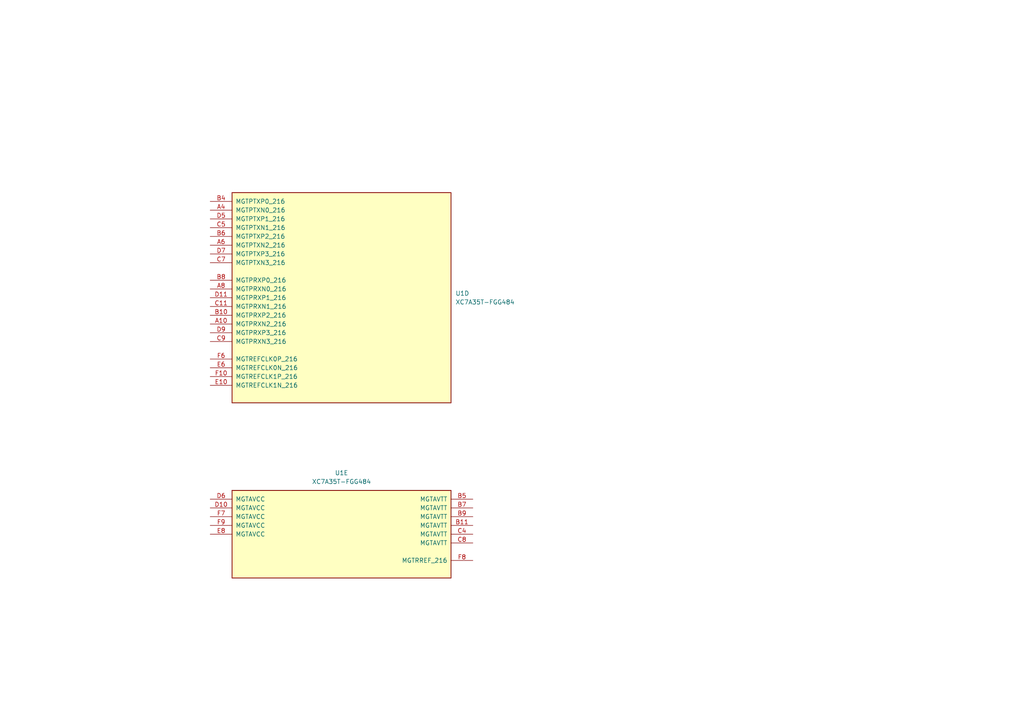
<source format=kicad_sch>
(kicad_sch (version 20250114) (generator "eeschema") (generator_version "9.0")
  (paper "A4")
  (lib_symbols
    (symbol "FPGA_Xilinx_Artix7:XC7A35T-FGG484" (pin_names (offset 1.016))
      (property "Reference" "U" (at 0 1.27 0))
      (property "Value" "XC7A35T-FGG484" (at 0 -1.27 0))
      (symbol "XC7A35T-FGG484_1_1"
        (rectangle (start -44.45 67.31) (end 44.45 -73.66) (stroke (width 0.254)) (fill (type background)))
        (pin power_in line (at -40.64 73.66 270) (length 6.35) (name "VCCO_13") (number "AA17"))
        (pin power_in line (at -38.1 73.66 270) (length 6.35) (name "VCCO_13") (number "AB14"))
        (pin power_in line (at -35.56 73.66 270) (length 6.35) (name "VCCO_13") (number "V16"))
        (pin power_in line (at -33.02 73.66 270) (length 6.35) (name "VCCO_13") (number "W13"))
        (pin power_in line (at -30.48 73.66 270) (length 6.35) (name "VCCO_13") (number "Y10"))
        (pin power_in line (at 27.94 73.66 270) (length 6.35) (name "VCCO_14") (number "M14"))
        (pin power_in line (at 30.48 73.66 270) (length 6.35) (name "VCCO_14") (number "P18"))
        (pin power_in line (at 33.02 73.66 270) (length 6.35) (name "VCCO_14") (number "R15"))
        (pin power_in line (at 35.56 73.66 270) (length 6.35) (name "VCCO_14") (number "T22"))
        (pin power_in line (at 38.1 73.66 270) (length 6.35) (name "VCCO_14") (number "U19"))
        (pin power_in line (at 40.64 73.66 270) (length 6.35) (name "VCCO_14") (number "Y20"))
        (pin bidirectional line (at 50.8 53.34 180) (length 6.35) (name "IO_0_14") (number "P20"))
        (pin bidirectional line (at 50.8 50.8 180) (length 6.35) (name "IO_L1P_T0_D00_MOSI_14") (number "P22"))
        (pin bidirectional line (at 50.8 48.26 180) (length 6.35) (name "IO_L1N_T0_D01_DIN_14") (number "R22"))
        (pin bidirectional line (at 50.8 45.72 180) (length 6.35) (name "IO_L2P_T0_D02_14") (number "P21"))
        (pin bidirectional line (at 50.8 43.18 180) (length 6.35) (name "IO_L2N_T0_D03_14") (number "R21"))
        (pin bidirectional line (at 50.8 40.64 180) (length 6.35) (name "IO_L3P_T0_DQS_PUDC_B_14") (number "U22"))
        (pin bidirectional line (at 50.8 38.1 180) (length 6.35) (name "IO_L3N_T0_DQS_EMCCLK_14") (number "V22"))
        (pin bidirectional line (at 50.8 35.56 180) (length 6.35) (name "IO_L4P_T0_D04_14") (number "T21"))
        (pin bidirectional line (at 50.8 33.02 180) (length 6.35) (name "IO_L4N_T0_D05_14") (number "U21"))
        (pin bidirectional line (at 50.8 30.48 180) (length 6.35) (name "IO_L5P_T0_D06_14") (number "P19"))
        (pin bidirectional line (at 50.8 27.94 180) (length 6.35) (name "IO_L5N_T0_D07_14") (number "R19"))
        (pin bidirectional line (at 50.8 25.4 180) (length 6.35) (name "IO_L6P_T0_FCS_B_14") (number "T19"))
        (pin bidirectional line (at 50.8 22.86 180) (length 6.35) (name "IO_L6N_T0_D08_VREF_14") (number "T20"))
        (pin bidirectional line (at 50.8 20.32 180) (length 6.35) (name "IO_L7P_T1_D09_14") (number "W21"))
        (pin bidirectional line (at 50.8 17.78 180) (length 6.35) (name "IO_L7N_T1_D10_14") (number "W22"))
        (pin bidirectional line (at 50.8 15.24 180) (length 6.35) (name "IO_L8P_T1_D11_14") (number "AA20"))
        (pin bidirectional line (at 50.8 12.7 180) (length 6.35) (name "IO_L8N_T1_D12_14") (number "AA21"))
        (pin bidirectional line (at 50.8 10.16 180) (length 6.35) (name "IO_L9P_T1_DQS_14") (number "Y21"))
        (pin bidirectional line (at 50.8 7.62 180) (length 6.35) (name "IO_L9N_T1_DQS_D13_14") (number "Y22"))
        (pin bidirectional line (at 50.8 5.08 180) (length 6.35) (name "IO_L10P_T1_D14_14") (number "AB21"))
        (pin bidirectional line (at 50.8 2.54 180) (length 6.35) (name "IO_L10N_T1_D15_14") (number "AB22"))
        (pin bidirectional line (at 50.8 0 180) (length 6.35) (name "IO_L11P_T1_SRCC_14") (number "U20"))
        (pin bidirectional line (at 50.8 -2.54 180) (length 6.35) (name "IO_L11N_T1_SRCC_14") (number "V20"))
        (pin bidirectional line (at 50.8 -5.08 180) (length 6.35) (name "IO_L12P_T1_MRCC_14") (number "W19"))
        (pin bidirectional line (at 50.8 -7.62 180) (length 6.35) (name "IO_L12N_T1_MRCC_14") (number "W20"))
        (pin bidirectional line (at 50.8 -10.16 180) (length 6.35) (name "IO_L13P_T2_MRCC_14") (number "Y18"))
        (pin bidirectional line (at 50.8 -12.7 180) (length 6.35) (name "IO_L13N_T2_MRCC_14") (number "Y19"))
        (pin bidirectional line (at 50.8 -15.24 180) (length 6.35) (name "IO_L14P_T2_SRCC_14") (number "V18"))
        (pin bidirectional line (at 50.8 -17.78 180) (length 6.35) (name "IO_L14N_T2_SRCC_14") (number "V19"))
        (pin bidirectional line (at 50.8 -20.32 180) (length 6.35) (name "IO_L15P_T2_DQS_RDWR_B_14") (number "AA19"))
        (pin bidirectional line (at 50.8 -22.86 180) (length 6.35) (name "IO_L15N_T2_DQS_DOUT_CSO_B_14") (number "AB20"))
        (pin bidirectional line (at 50.8 -25.4 180) (length 6.35) (name "IO_L16P_T2_CSI_B_14") (number "V17"))
        (pin bidirectional line (at 50.8 -27.94 180) (length 6.35) (name "IO_L16N_T2_A15_D31_14") (number "W17"))
        (pin bidirectional line (at 50.8 -30.48 180) (length 6.35) (name "IO_L17P_T2_A14_D30_14") (number "AA18"))
        (pin bidirectional line (at 50.8 -33.02 180) (length 6.35) (name "IO_L17N_T2_A13_D29_14") (number "AB18"))
        (pin bidirectional line (at 50.8 -35.56 180) (length 6.35) (name "IO_L18P_T2_A12_D28_14") (number "U17"))
        (pin bidirectional line (at 50.8 -38.1 180) (length 6.35) (name "IO_L18N_T2_A11_D27_14") (number "U18"))
        (pin bidirectional line (at 50.8 -40.64 180) (length 6.35) (name "IO_L19P_T3_A10_D26_14") (number "P14"))
        (pin bidirectional line (at 50.8 -43.18 180) (length 6.35) (name "IO_L19N_T3_A09_D25_VREF_14") (number "R14"))
        (pin bidirectional line (at 50.8 -45.72 180) (length 6.35) (name "IO_L20P_T3_A08_D24_14") (number "R18"))
        (pin bidirectional line (at 50.8 -48.26 180) (length 6.35) (name "IO_L20N_T3_A07_D23_14") (number "T18"))
        (pin bidirectional line (at 50.8 -50.8 180) (length 6.35) (name "IO_L21P_T3_DQS_14") (number "N17"))
        (pin bidirectional line (at 50.8 -53.34 180) (length 6.35) (name "IO_L21N_T3_DQS_A06_D22_14") (number "P17"))
        (pin bidirectional line (at 50.8 -55.88 180) (length 6.35) (name "IO_L22P_T3_A05_D21_14") (number "P15"))
        (pin bidirectional line (at 50.8 -58.42 180) (length 6.35) (name "IO_L22N_T3_A04_D20_14") (number "R16"))
        (pin bidirectional line (at 50.8 -60.96 180) (length 6.35) (name "IO_L23P_T3_A03_D19_14") (number "N13"))
        (pin bidirectional line (at 50.8 -63.5 180) (length 6.35) (name "IO_L23N_T3_A02_D18_14") (number "N14"))
        (pin bidirectional line (at 50.8 -66.04 180) (length 6.35) (name "IO_L24P_T3_A01_D17_14") (number "P16"))
        (pin bidirectional line (at 50.8 -68.58 180) (length 6.35) (name "IO_L24N_T3_A00_D16_14") (number "R17"))
        (pin bidirectional line (at 50.8 -71.12 180) (length 6.35) (name "IO_25_14") (number "N15"))
      )
      (symbol "XC7A35T-FGG484_2_1"
        (rectangle (start -44.45 67.31) (end 44.45 -73.66) (stroke (width 0.254)) (fill (type background)))
        (pin bidirectional line (at -50.8 53.34 0) (length 6.35) (name "IO_0_15") (number "J16"))
        (pin bidirectional line (at -50.8 50.8 0) (length 6.35) (name "IO_L1P_T0_AD0P_15") (number "H13"))
        (pin bidirectional line (at -50.8 48.26 0) (length 6.35) (name "IO_L1N_T0_AD0N_15") (number "G13"))
        (pin bidirectional line (at -50.8 45.72 0) (length 6.35) (name "IO_L2P_T0_AD8P_15") (number "G15"))
        (pin bidirectional line (at -50.8 43.18 0) (length 6.35) (name "IO_L2N_T0_AD8N_15") (number "G16"))
        (pin bidirectional line (at -50.8 40.64 0) (length 6.35) (name "IO_L3P_T0_DQS_AD1P_15") (number "J14"))
        (pin bidirectional line (at -50.8 38.1 0) (length 6.35) (name "IO_L3N_T0_DQS_AD1N_15") (number "H14"))
        (pin bidirectional line (at -50.8 35.56 0) (length 6.35) (name "IO_L4P_T0_15") (number "G17"))
        (pin bidirectional line (at -50.8 33.02 0) (length 6.35) (name "IO_L4N_T0_15") (number "G18"))
        (pin bidirectional line (at -50.8 30.48 0) (length 6.35) (name "IO_L5P_T0_AD9P_15") (number "J15"))
        (pin bidirectional line (at -50.8 27.94 0) (length 6.35) (name "IO_L5N_T0_AD9N_15") (number "H15"))
        (pin bidirectional line (at -50.8 25.4 0) (length 6.35) (name "IO_L6P_T0_15") (number "H17"))
        (pin bidirectional line (at -50.8 22.86 0) (length 6.35) (name "IO_L6N_T0_VREF_15") (number "H18"))
        (pin bidirectional line (at -50.8 20.32 0) (length 6.35) (name "IO_L7P_T1_AD2P_15") (number "J22"))
        (pin bidirectional line (at -50.8 17.78 0) (length 6.35) (name "IO_L7N_T1_AD2N_15") (number "H22"))
        (pin bidirectional line (at -50.8 15.24 0) (length 6.35) (name "IO_L8P_T1_AD10P_15") (number "H20"))
        (pin bidirectional line (at -50.8 12.7 0) (length 6.35) (name "IO_L8N_T1_AD10N_15") (number "G20"))
        (pin bidirectional line (at -50.8 10.16 0) (length 6.35) (name "IO_L9P_T1_DQS_AD3P_15") (number "K21"))
        (pin bidirectional line (at -50.8 7.62 0) (length 6.35) (name "IO_L9N_T1_DQS_AD3N_15") (number "K22"))
        (pin bidirectional line (at -50.8 5.08 0) (length 6.35) (name "IO_L10P_T1_AD11P_15") (number "M21"))
        (pin bidirectional line (at -50.8 2.54 0) (length 6.35) (name "IO_L10N_T1_AD11N_15") (number "L21"))
        (pin bidirectional line (at -50.8 0 0) (length 6.35) (name "IO_L11P_T1_SRCC_15") (number "J20"))
        (pin bidirectional line (at -50.8 -2.54 0) (length 6.35) (name "IO_L11N_T1_SRCC_15") (number "J21"))
        (pin bidirectional line (at -50.8 -5.08 0) (length 6.35) (name "IO_L12P_T1_MRCC_15") (number "J19"))
        (pin bidirectional line (at -50.8 -7.62 0) (length 6.35) (name "IO_L12N_T1_MRCC_15") (number "H19"))
        (pin bidirectional line (at -50.8 -10.16 0) (length 6.35) (name "IO_L13P_T2_MRCC_15") (number "K18"))
        (pin bidirectional line (at -50.8 -12.7 0) (length 6.35) (name "IO_L13N_T2_MRCC_15") (number "K19"))
        (pin bidirectional line (at -50.8 -15.24 0) (length 6.35) (name "IO_L14P_T2_SRCC_15") (number "L19"))
        (pin bidirectional line (at -50.8 -17.78 0) (length 6.35) (name "IO_L14N_T2_SRCC_15") (number "L20"))
        (pin bidirectional line (at -50.8 -20.32 0) (length 6.35) (name "IO_L15P_T2_DQS_15") (number "N22"))
        (pin bidirectional line (at -50.8 -22.86 0) (length 6.35) (name "IO_L15N_T2_DQS_ADV_B_15") (number "M22"))
        (pin bidirectional line (at -50.8 -25.4 0) (length 6.35) (name "IO_L16P_T2_A28_15") (number "M18"))
        (pin bidirectional line (at -50.8 -27.94 0) (length 6.35) (name "IO_L16N_T2_A27_15") (number "L18"))
        (pin bidirectional line (at -50.8 -30.48 0) (length 6.35) (name "IO_L17P_T2_A26_15") (number "N18"))
        (pin bidirectional line (at -50.8 -33.02 0) (length 6.35) (name "IO_L17N_T2_A25_15") (number "N19"))
        (pin bidirectional line (at -50.8 -35.56 0) (length 6.35) (name "IO_L18P_T2_A24_15") (number "N20"))
        (pin bidirectional line (at -50.8 -38.1 0) (length 6.35) (name "IO_L18N_T2_A23_15") (number "M20"))
        (pin bidirectional line (at -50.8 -40.64 0) (length 6.35) (name "IO_L19P_T3_A22_15") (number "K13"))
        (pin bidirectional line (at -50.8 -43.18 0) (length 6.35) (name "IO_L19N_T3_A21_VREF_15") (number "K14"))
        (pin bidirectional line (at -50.8 -45.72 0) (length 6.35) (name "IO_L20P_T3_A20_15") (number "M13"))
        (pin bidirectional line (at -50.8 -48.26 0) (length 6.35) (name "IO_L20N_T3_A19_15") (number "L13"))
        (pin bidirectional line (at -50.8 -50.8 0) (length 6.35) (name "IO_L21P_T3_DQS_15") (number "K17"))
        (pin bidirectional line (at -50.8 -53.34 0) (length 6.35) (name "IO_L21N_T3_DQS_A18_15") (number "J17"))
        (pin bidirectional line (at -50.8 -55.88 0) (length 6.35) (name "IO_L22P_T3_A17_15") (number "L14"))
        (pin bidirectional line (at -50.8 -58.42 0) (length 6.35) (name "IO_L22N_T3_A16_15") (number "L15"))
        (pin bidirectional line (at -50.8 -60.96 0) (length 6.35) (name "IO_L23P_T3_FOE_B_15") (number "L16"))
        (pin bidirectional line (at -50.8 -63.5 0) (length 6.35) (name "IO_L23N_T3_FWE_B_15") (number "K16"))
        (pin bidirectional line (at -50.8 -66.04 0) (length 6.35) (name "IO_L24P_T3_RS1_15") (number "M15"))
        (pin bidirectional line (at -50.8 -68.58 0) (length 6.35) (name "IO_L24N_T3_RS0_15") (number "M16"))
        (pin bidirectional line (at -50.8 -71.12 0) (length 6.35) (name "IO_25_15") (number "M17"))
        (pin power_in line (at -40.64 73.66 270) (length 6.35) (name "VCCO_15") (number "G19"))
        (pin power_in line (at -38.1 73.66 270) (length 6.35) (name "VCCO_15") (number "H16"))
        (pin power_in line (at -35.56 73.66 270) (length 6.35) (name "VCCO_15") (number "J13"))
        (pin power_in line (at -33.02 73.66 270) (length 6.35) (name "VCCO_15") (number "K20"))
        (pin power_in line (at -30.48 73.66 270) (length 6.35) (name "VCCO_15") (number "L17"))
        (pin power_in line (at -27.94 73.66 270) (length 6.35) (name "VCCO_15") (number "N21"))
        (pin power_in line (at 27.94 73.66 270) (length 6.35) (name "VCCO_16") (number "A17"))
        (pin power_in line (at 30.48 73.66 270) (length 6.35) (name "VCCO_16") (number "B14"))
        (pin power_in line (at 33.02 73.66 270) (length 6.35) (name "VCCO_16") (number "C21"))
        (pin power_in line (at 35.56 73.66 270) (length 6.35) (name "VCCO_16") (number "D18"))
        (pin power_in line (at 38.1 73.66 270) (length 6.35) (name "VCCO_16") (number "E15"))
        (pin power_in line (at 40.64 73.66 270) (length 6.35) (name "VCCO_16") (number "F22"))
        (pin bidirectional line (at 50.8 53.34 180) (length 6.35) (name "IO_0_16") (number "F15"))
        (pin bidirectional line (at 50.8 50.8 180) (length 6.35) (name "IO_L1P_T0_16") (number "F13"))
        (pin bidirectional line (at 50.8 48.26 180) (length 6.35) (name "IO_L1N_T0_16") (number "F14"))
        (pin bidirectional line (at 50.8 45.72 180) (length 6.35) (name "IO_L2P_T0_16") (number "F16"))
        (pin bidirectional line (at 50.8 43.18 180) (length 6.35) (name "IO_L2N_T0_16") (number "E17"))
        (pin bidirectional line (at 50.8 40.64 180) (length 6.35) (name "IO_L3P_T0_DQS_16") (number "C14"))
        (pin bidirectional line (at 50.8 38.1 180) (length 6.35) (name "IO_L3N_T0_DQS_16") (number "C15"))
        (pin bidirectional line (at 50.8 35.56 180) (length 6.35) (name "IO_L4P_T0_16") (number "E13"))
        (pin bidirectional line (at 50.8 33.02 180) (length 6.35) (name "IO_L4N_T0_16") (number "E14"))
        (pin bidirectional line (at 50.8 30.48 180) (length 6.35) (name "IO_L5P_T0_16") (number "E16"))
        (pin bidirectional line (at 50.8 27.94 180) (length 6.35) (name "IO_L5N_T0_16") (number "D16"))
        (pin bidirectional line (at 50.8 25.4 180) (length 6.35) (name "IO_L6P_T0_16") (number "D14"))
        (pin bidirectional line (at 50.8 22.86 180) (length 6.35) (name "IO_L6N_T0_VREF_16") (number "D15"))
        (pin bidirectional line (at 50.8 20.32 180) (length 6.35) (name "IO_L7P_T1_16") (number "B15"))
        (pin bidirectional line (at 50.8 17.78 180) (length 6.35) (name "IO_L7N_T1_16") (number "B16"))
        (pin bidirectional line (at 50.8 15.24 180) (length 6.35) (name "IO_L8P_T1_16") (number "C13"))
        (pin bidirectional line (at 50.8 12.7 180) (length 6.35) (name "IO_L8N_T1_16") (number "B13"))
        (pin bidirectional line (at 50.8 10.16 180) (length 6.35) (name "IO_L9P_T1_DQS_16") (number "A15"))
        (pin bidirectional line (at 50.8 7.62 180) (length 6.35) (name "IO_L9N_T1_DQS_16") (number "A16"))
        (pin bidirectional line (at 50.8 5.08 180) (length 6.35) (name "IO_L10P_T1_16") (number "A13"))
        (pin bidirectional line (at 50.8 2.54 180) (length 6.35) (name "IO_L10N_T1_16") (number "A14"))
        (pin bidirectional line (at 50.8 0 180) (length 6.35) (name "IO_L11P_T1_SRCC_16") (number "B17"))
        (pin bidirectional line (at 50.8 -2.54 180) (length 6.35) (name "IO_L11N_T1_SRCC_16") (number "B18"))
        (pin bidirectional line (at 50.8 -5.08 180) (length 6.35) (name "IO_L12P_T1_MRCC_16") (number "D17"))
        (pin bidirectional line (at 50.8 -7.62 180) (length 6.35) (name "IO_L12N_T1_MRCC_16") (number "C17"))
        (pin bidirectional line (at 50.8 -10.16 180) (length 6.35) (name "IO_L13P_T2_MRCC_16") (number "C18"))
        (pin bidirectional line (at 50.8 -12.7 180) (length 6.35) (name "IO_L13N_T2_MRCC_16") (number "C19"))
        (pin bidirectional line (at 50.8 -15.24 180) (length 6.35) (name "IO_L14P_T2_SRCC_16") (number "E19"))
        (pin bidirectional line (at 50.8 -17.78 180) (length 6.35) (name "IO_L14N_T2_SRCC_16") (number "D19"))
        (pin bidirectional line (at 50.8 -20.32 180) (length 6.35) (name "IO_L15P_T2_DQS_16") (number "F18"))
        (pin bidirectional line (at 50.8 -22.86 180) (length 6.35) (name "IO_L15N_T2_DQS_16") (number "E18"))
        (pin bidirectional line (at 50.8 -25.4 180) (length 6.35) (name "IO_L16P_T2_16") (number "B20"))
        (pin bidirectional line (at 50.8 -27.94 180) (length 6.35) (name "IO_L16N_T2_16") (number "A20"))
        (pin bidirectional line (at 50.8 -30.48 180) (length 6.35) (name "IO_L17P_T2_16") (number "A18"))
        (pin bidirectional line (at 50.8 -33.02 180) (length 6.35) (name "IO_L17N_T2_16") (number "A19"))
        (pin bidirectional line (at 50.8 -35.56 180) (length 6.35) (name "IO_L18P_T2_16") (number "F19"))
        (pin bidirectional line (at 50.8 -38.1 180) (length 6.35) (name "IO_L18N_T2_16") (number "F20"))
        (pin bidirectional line (at 50.8 -40.64 180) (length 6.35) (name "IO_L19P_T3_16") (number "D20"))
        (pin bidirectional line (at 50.8 -43.18 180) (length 6.35) (name "IO_L19N_T3_VREF_16") (number "C20"))
        (pin bidirectional line (at 50.8 -45.72 180) (length 6.35) (name "IO_L20P_T3_16") (number "C22"))
        (pin bidirectional line (at 50.8 -48.26 180) (length 6.35) (name "IO_L20N_T3_16") (number "B22"))
        (pin bidirectional line (at 50.8 -50.8 180) (length 6.35) (name "IO_L21P_T3_DQS_16") (number "B21"))
        (pin bidirectional line (at 50.8 -53.34 180) (length 6.35) (name "IO_L21N_T3_DQS_16") (number "A21"))
        (pin bidirectional line (at 50.8 -55.88 180) (length 6.35) (name "IO_L22P_T3_16") (number "E22"))
        (pin bidirectional line (at 50.8 -58.42 180) (length 6.35) (name "IO_L22N_T3_16") (number "D22"))
        (pin bidirectional line (at 50.8 -60.96 180) (length 6.35) (name "IO_L23P_T3_16") (number "E21"))
        (pin bidirectional line (at 50.8 -63.5 180) (length 6.35) (name "IO_L23N_T3_16") (number "D21"))
        (pin bidirectional line (at 50.8 -66.04 180) (length 6.35) (name "IO_L24P_T3_16") (number "G21"))
        (pin bidirectional line (at 50.8 -68.58 180) (length 6.35) (name "IO_L24N_T3_16") (number "G22"))
        (pin bidirectional line (at 50.8 -71.12 180) (length 6.35) (name "IO_25_16") (number "F21"))
      )
      (symbol "XC7A35T-FGG484_3_1"
        (rectangle (start -44.45 67.31) (end 44.45 -73.66) (stroke (width 0.254)) (fill (type background)))
        (pin bidirectional line (at -50.8 53.34 0) (length 6.35) (name "IO_0_34") (number "T3"))
        (pin bidirectional line (at -50.8 50.8 0) (length 6.35) (name "IO_L1P_T0_34") (number "T1"))
        (pin bidirectional line (at -50.8 48.26 0) (length 6.35) (name "IO_L1N_T0_34") (number "U1"))
        (pin bidirectional line (at -50.8 45.72 0) (length 6.35) (name "IO_L2P_T0_34") (number "U2"))
        (pin bidirectional line (at -50.8 43.18 0) (length 6.35) (name "IO_L2N_T0_34") (number "V2"))
        (pin bidirectional line (at -50.8 40.64 0) (length 6.35) (name "IO_L3P_T0_DQS_34") (number "R3"))
        (pin bidirectional line (at -50.8 38.1 0) (length 6.35) (name "IO_L3N_T0_DQS_34") (number "R2"))
        (pin bidirectional line (at -50.8 35.56 0) (length 6.35) (name "IO_L4P_T0_34") (number "W2"))
        (pin bidirectional line (at -50.8 33.02 0) (length 6.35) (name "IO_L4N_T0_34") (number "Y2"))
        (pin bidirectional line (at -50.8 30.48 0) (length 6.35) (name "IO_L5P_T0_34") (number "W1"))
        (pin bidirectional line (at -50.8 27.94 0) (length 6.35) (name "IO_L5N_T0_34") (number "Y1"))
        (pin bidirectional line (at -50.8 25.4 0) (length 6.35) (name "IO_L6P_T0_34") (number "U3"))
        (pin bidirectional line (at -50.8 22.86 0) (length 6.35) (name "IO_L6N_T0_VREF_34") (number "V3"))
        (pin bidirectional line (at -50.8 20.32 0) (length 6.35) (name "IO_L7P_T1_34") (number "AA1"))
        (pin bidirectional line (at -50.8 17.78 0) (length 6.35) (name "IO_L7N_T1_34") (number "AB1"))
        (pin bidirectional line (at -50.8 15.24 0) (length 6.35) (name "IO_L8P_T1_34") (number "AB3"))
        (pin bidirectional line (at -50.8 12.7 0) (length 6.35) (name "IO_L8N_T1_34") (number "AB2"))
        (pin bidirectional line (at -50.8 10.16 0) (length 6.35) (name "IO_L9P_T1_DQS_34") (number "Y3"))
        (pin bidirectional line (at -50.8 7.62 0) (length 6.35) (name "IO_L9N_T1_DQS_34") (number "AA3"))
        (pin bidirectional line (at -50.8 5.08 0) (length 6.35) (name "IO_L10P_T1_34") (number "AA5"))
        (pin bidirectional line (at -50.8 2.54 0) (length 6.35) (name "IO_L10N_T1_34") (number "AB5"))
        (pin bidirectional line (at -50.8 0 0) (length 6.35) (name "IO_L11P_T1_SRCC_34") (number "Y4"))
        (pin bidirectional line (at -50.8 -2.54 0) (length 6.35) (name "IO_L11N_T1_SRCC_34") (number "AA4"))
        (pin bidirectional line (at -50.8 -5.08 0) (length 6.35) (name "IO_L12P_T1_MRCC_34") (number "V4"))
        (pin bidirectional line (at -50.8 -7.62 0) (length 6.35) (name "IO_L12N_T1_MRCC_34") (number "W4"))
        (pin bidirectional line (at -50.8 -10.16 0) (length 6.35) (name "IO_L13P_T2_MRCC_34") (number "R4"))
        (pin bidirectional line (at -50.8 -12.7 0) (length 6.35) (name "IO_L13N_T2_MRCC_34") (number "T4"))
        (pin bidirectional line (at -50.8 -15.24 0) (length 6.35) (name "IO_L14P_T2_SRCC_34") (number "T5"))
        (pin bidirectional line (at -50.8 -17.78 0) (length 6.35) (name "IO_L14N_T2_SRCC_34") (number "U5"))
        (pin bidirectional line (at -50.8 -20.32 0) (length 6.35) (name "IO_L15P_T2_DQS_34") (number "W6"))
        (pin bidirectional line (at -50.8 -22.86 0) (length 6.35) (name "IO_L15N_T2_DQS_34") (number "W5"))
        (pin bidirectional line (at -50.8 -25.4 0) (length 6.35) (name "IO_L16P_T2_34") (number "U6"))
        (pin bidirectional line (at -50.8 -27.94 0) (length 6.35) (name "IO_L16N_T2_34") (number "V5"))
        (pin bidirectional line (at -50.8 -30.48 0) (length 6.35) (name "IO_L17P_T2_34") (number "R6"))
        (pin bidirectional line (at -50.8 -33.02 0) (length 6.35) (name "IO_L17N_T2_34") (number "T6"))
        (pin bidirectional line (at -50.8 -35.56 0) (length 6.35) (name "IO_L18P_T2_34") (number "Y6"))
        (pin bidirectional line (at -50.8 -38.1 0) (length 6.35) (name "IO_L18N_T2_34") (number "AA6"))
        (pin bidirectional line (at -50.8 -40.64 0) (length 6.35) (name "IO_L19P_T3_34") (number "V7"))
        (pin bidirectional line (at -50.8 -43.18 0) (length 6.35) (name "IO_L19N_T3_VREF_34") (number "W7"))
        (pin bidirectional line (at -50.8 -45.72 0) (length 6.35) (name "IO_L20P_T3_34") (number "AB7"))
        (pin bidirectional line (at -50.8 -48.26 0) (length 6.35) (name "IO_L20N_T3_34") (number "AB6"))
        (pin bidirectional line (at -50.8 -50.8 0) (length 6.35) (name "IO_L21P_T3_DQS_34") (number "V9"))
        (pin bidirectional line (at -50.8 -53.34 0) (length 6.35) (name "IO_L21N_T3_DQS_34") (number "V8"))
        (pin bidirectional line (at -50.8 -55.88 0) (length 6.35) (name "IO_L22P_T3_34") (number "AA8"))
        (pin bidirectional line (at -50.8 -58.42 0) (length 6.35) (name "IO_L22N_T3_34") (number "AB8"))
        (pin bidirectional line (at -50.8 -60.96 0) (length 6.35) (name "IO_L23P_T3_34") (number "Y8"))
        (pin bidirectional line (at -50.8 -63.5 0) (length 6.35) (name "IO_L23N_T3_34") (number "Y7"))
        (pin bidirectional line (at -50.8 -66.04 0) (length 6.35) (name "IO_L24P_T3_34") (number "W9"))
        (pin bidirectional line (at -50.8 -68.58 0) (length 6.35) (name "IO_L24N_T3_34") (number "Y9"))
        (pin bidirectional line (at -50.8 -71.12 0) (length 6.35) (name "IO_25_34") (number "U7"))
        (pin power_in line (at -40.64 73.66 270) (length 6.35) (name "VCCO_34") (number "AA7"))
        (pin power_in line (at -38.1 73.66 270) (length 6.35) (name "VCCO_34") (number "AB4"))
        (pin power_in line (at -35.56 73.66 270) (length 6.35) (name "VCCO_34") (number "R5"))
        (pin power_in line (at -33.02 73.66 270) (length 6.35) (name "VCCO_34") (number "T2"))
        (pin power_in line (at -30.48 73.66 270) (length 6.35) (name "VCCO_34") (number "V6"))
        (pin power_in line (at -27.94 73.66 270) (length 6.35) (name "VCCO_34") (number "W3"))
        (pin power_in line (at 27.94 73.66 270) (length 6.35) (name "VCCO_35") (number "C1"))
        (pin power_in line (at 30.48 73.66 270) (length 6.35) (name "VCCO_35") (number "F2"))
        (pin power_in line (at 33.02 73.66 270) (length 6.35) (name "VCCO_35") (number "H6"))
        (pin power_in line (at 35.56 73.66 270) (length 6.35) (name "VCCO_35") (number "J3"))
        (pin power_in line (at 38.1 73.66 270) (length 6.35) (name "VCCO_35") (number "M4"))
        (pin power_in line (at 40.64 73.66 270) (length 6.35) (name "VCCO_35") (number "N1"))
        (pin bidirectional line (at 50.8 53.34 180) (length 6.35) (name "IO_0_35") (number "F4"))
        (pin bidirectional line (at 50.8 50.8 180) (length 6.35) (name "IO_L1P_T0_AD4P_35") (number "B1"))
        (pin bidirectional line (at 50.8 48.26 180) (length 6.35) (name "IO_L1N_T0_AD4N_35") (number "A1"))
        (pin bidirectional line (at 50.8 45.72 180) (length 6.35) (name "IO_L2P_T0_AD12P_35") (number "C2"))
        (pin bidirectional line (at 50.8 43.18 180) (length 6.35) (name "IO_L2N_T0_AD12N_35") (number "B2"))
        (pin bidirectional line (at 50.8 40.64 180) (length 6.35) (name "IO_L3P_T0_DQS_AD5P_35") (number "E1"))
        (pin bidirectional line (at 50.8 38.1 180) (length 6.35) (name "IO_L3N_T0_DQS_AD5N_35") (number "D1"))
        (pin bidirectional line (at 50.8 35.56 180) (length 6.35) (name "IO_L4P_T0_35") (number "E2"))
        (pin bidirectional line (at 50.8 33.02 180) (length 6.35) (name "IO_L4N_T0_35") (number "D2"))
        (pin bidirectional line (at 50.8 30.48 180) (length 6.35) (name "IO_L5P_T0_AD13P_35") (number "G1"))
        (pin bidirectional line (at 50.8 27.94 180) (length 6.35) (name "IO_L5N_T0_AD13N_35") (number "F1"))
        (pin bidirectional line (at 50.8 25.4 180) (length 6.35) (name "IO_L6P_T0_35") (number "F3"))
        (pin bidirectional line (at 50.8 22.86 180) (length 6.35) (name "IO_L6N_T0_VREF_35") (number "E3"))
        (pin bidirectional line (at 50.8 20.32 180) (length 6.35) (name "IO_L7P_T1_AD6P_35") (number "K1"))
        (pin bidirectional line (at 50.8 17.78 180) (length 6.35) (name "IO_L7N_T1_AD6N_35") (number "J1"))
        (pin bidirectional line (at 50.8 15.24 180) (length 6.35) (name "IO_L8P_T1_AD14P_35") (number "H2"))
        (pin bidirectional line (at 50.8 12.7 180) (length 6.35) (name "IO_L8N_T1_AD14N_35") (number "G2"))
        (pin bidirectional line (at 50.8 10.16 180) (length 6.35) (name "IO_L9P_T1_DQS_AD7P_35") (number "K2"))
        (pin bidirectional line (at 50.8 7.62 180) (length 6.35) (name "IO_L9N_T1_DQS_AD7N_35") (number "J2"))
        (pin bidirectional line (at 50.8 5.08 180) (length 6.35) (name "IO_L10P_T1_AD15P_35") (number "J5"))
        (pin bidirectional line (at 50.8 2.54 180) (length 6.35) (name "IO_L10N_T1_AD15N_35") (number "H5"))
        (pin bidirectional line (at 50.8 0 180) (length 6.35) (name "IO_L11P_T1_SRCC_35") (number "H3"))
        (pin bidirectional line (at 50.8 -2.54 180) (length 6.35) (name "IO_L11N_T1_SRCC_35") (number "G3"))
        (pin bidirectional line (at 50.8 -5.08 180) (length 6.35) (name "IO_L12P_T1_MRCC_35") (number "H4"))
        (pin bidirectional line (at 50.8 -7.62 180) (length 6.35) (name "IO_L12N_T1_MRCC_35") (number "G4"))
        (pin bidirectional line (at 50.8 -10.16 180) (length 6.35) (name "IO_L13P_T2_MRCC_35") (number "K4"))
        (pin bidirectional line (at 50.8 -12.7 180) (length 6.35) (name "IO_L13N_T2_MRCC_35") (number "J4"))
        (pin bidirectional line (at 50.8 -15.24 180) (length 6.35) (name "IO_L14P_T2_SRCC_35") (number "L3"))
        (pin bidirectional line (at 50.8 -17.78 180) (length 6.35) (name "IO_L14N_T2_SRCC_35") (number "K3"))
        (pin bidirectional line (at 50.8 -20.32 180) (length 6.35) (name "IO_L15P_T2_DQS_35") (number "M1"))
        (pin bidirectional line (at 50.8 -22.86 180) (length 6.35) (name "IO_L15N_T2_DQS_35") (number "L1"))
        (pin bidirectional line (at 50.8 -25.4 180) (length 6.35) (name "IO_L16P_T2_35") (number "M3"))
        (pin bidirectional line (at 50.8 -27.94 180) (length 6.35) (name "IO_L16N_T2_35") (number "M2"))
        (pin bidirectional line (at 50.8 -30.48 180) (length 6.35) (name "IO_L17P_T2_35") (number "K6"))
        (pin bidirectional line (at 50.8 -33.02 180) (length 6.35) (name "IO_L17N_T2_35") (number "J6"))
        (pin bidirectional line (at 50.8 -35.56 180) (length 6.35) (name "IO_L18P_T2_35") (number "L5"))
        (pin bidirectional line (at 50.8 -38.1 180) (length 6.35) (name "IO_L18N_T2_35") (number "L4"))
        (pin bidirectional line (at 50.8 -40.64 180) (length 6.35) (name "IO_L19P_T3_35") (number "N4"))
        (pin bidirectional line (at 50.8 -43.18 180) (length 6.35) (name "IO_L19N_T3_VREF_35") (number "N3"))
        (pin bidirectional line (at 50.8 -45.72 180) (length 6.35) (name "IO_L20P_T3_35") (number "R1"))
        (pin bidirectional line (at 50.8 -48.26 180) (length 6.35) (name "IO_L20N_T3_35") (number "P1"))
        (pin bidirectional line (at 50.8 -50.8 180) (length 6.35) (name "IO_L21P_T3_DQS_35") (number "P5"))
        (pin bidirectional line (at 50.8 -53.34 180) (length 6.35) (name "IO_L21N_T3_DQS_35") (number "P4"))
        (pin bidirectional line (at 50.8 -55.88 180) (length 6.35) (name "IO_L22P_T3_35") (number "P2"))
        (pin bidirectional line (at 50.8 -58.42 180) (length 6.35) (name "IO_L22N_T3_35") (number "N2"))
        (pin bidirectional line (at 50.8 -60.96 180) (length 6.35) (name "IO_L23P_T3_35") (number "M6"))
        (pin bidirectional line (at 50.8 -63.5 180) (length 6.35) (name "IO_L23N_T3_35") (number "M5"))
        (pin bidirectional line (at 50.8 -66.04 180) (length 6.35) (name "IO_L24P_T3_35") (number "P6"))
        (pin bidirectional line (at 50.8 -68.58 180) (length 6.35) (name "IO_L24N_T3_35") (number "N5"))
        (pin bidirectional line (at 50.8 -71.12 180) (length 6.35) (name "IO_25_35") (number "L6"))
      )
      (symbol "XC7A35T-FGG484_4_1"
        (rectangle (start -31.75 30.48) (end 31.75 -30.48) (stroke (width 0.254)) (fill (type background)))
        (pin bidirectional line (at -38.1 27.94 0) (length 6.35) (name "MGTPTXP0_216") (number "B4"))
        (pin bidirectional line (at -38.1 25.4 0) (length 6.35) (name "MGTPTXN0_216") (number "A4"))
        (pin bidirectional line (at -38.1 22.86 0) (length 6.35) (name "MGTPTXP1_216") (number "D5"))
        (pin bidirectional line (at -38.1 20.32 0) (length 6.35) (name "MGTPTXN1_216") (number "C5"))
        (pin bidirectional line (at -38.1 17.78 0) (length 6.35) (name "MGTPTXP2_216") (number "B6"))
        (pin bidirectional line (at -38.1 15.24 0) (length 6.35) (name "MGTPTXN2_216") (number "A6"))
        (pin bidirectional line (at -38.1 12.7 0) (length 6.35) (name "MGTPTXP3_216") (number "D7"))
        (pin bidirectional line (at -38.1 10.16 0) (length 6.35) (name "MGTPTXN3_216") (number "C7"))
        (pin bidirectional line (at -38.1 5.08 0) (length 6.35) (name "MGTPRXP0_216") (number "B8"))
        (pin bidirectional line (at -38.1 2.54 0) (length 6.35) (name "MGTPRXN0_216") (number "A8"))
        (pin bidirectional line (at -38.1 0 0) (length 6.35) (name "MGTPRXP1_216") (number "D11"))
        (pin bidirectional line (at -38.1 -2.54 0) (length 6.35) (name "MGTPRXN1_216") (number "C11"))
        (pin bidirectional line (at -38.1 -5.08 0) (length 6.35) (name "MGTPRXP2_216") (number "B10"))
        (pin bidirectional line (at -38.1 -7.62 0) (length 6.35) (name "MGTPRXN2_216") (number "A10"))
        (pin bidirectional line (at -38.1 -10.16 0) (length 6.35) (name "MGTPRXP3_216") (number "D9"))
        (pin bidirectional line (at -38.1 -12.7 0) (length 6.35) (name "MGTPRXN3_216") (number "C9"))
        (pin bidirectional line (at -38.1 -17.78 0) (length 6.35) (name "MGTREFCLK0P_216") (number "F6"))
        (pin bidirectional line (at -38.1 -20.32 0) (length 6.35) (name "MGTREFCLK0N_216") (number "E6"))
        (pin bidirectional line (at -38.1 -22.86 0) (length 6.35) (name "MGTREFCLK1P_216") (number "F10"))
        (pin bidirectional line (at -38.1 -25.4 0) (length 6.35) (name "MGTREFCLK1N_216") (number "E10"))
      )
      (symbol "XC7A35T-FGG484_5_1"
        (rectangle (start -31.75 12.7) (end 31.75 -12.7) (stroke (width 0.254)) (fill (type background)))
        (pin power_in line (at -38.1 10.16 0) (length 6.35) (name "MGTAVCC") (number "D6"))
        (pin power_in line (at -38.1 7.62 0) (length 6.35) (name "MGTAVCC") (number "D10"))
        (pin power_in line (at -38.1 5.08 0) (length 6.35) (name "MGTAVCC") (number "F7"))
        (pin power_in line (at -38.1 2.54 0) (length 6.35) (name "MGTAVCC") (number "F9"))
        (pin power_in line (at -38.1 0 0) (length 6.35) (name "MGTAVCC") (number "E8"))
        (pin power_in line (at 38.1 10.16 180) (length 6.35) (name "MGTAVTT") (number "B5"))
        (pin power_in line (at 38.1 7.62 180) (length 6.35) (name "MGTAVTT") (number "B7"))
        (pin power_in line (at 38.1 5.08 180) (length 6.35) (name "MGTAVTT") (number "B9"))
        (pin power_in line (at 38.1 2.54 180) (length 6.35) (name "MGTAVTT") (number "B11"))
        (pin power_in line (at 38.1 0 180) (length 6.35) (name "MGTAVTT") (number "C4"))
        (pin power_in line (at 38.1 -2.54 180) (length 6.35) (name "MGTAVTT") (number "C8"))
        (pin power_in line (at 38.1 -7.62 180) (length 6.35) (name "MGTRREF_216") (number "F8"))
      )
      (symbol "XC7A35T-FGG484_6_1"
        (rectangle (start -31.75 34.29) (end 31.75 -40.64) (stroke (width 0.254)) (fill (type background)))
        (pin power_in line (at 25.4 40.64 270) (length 6.35) (name "VCCO_0") (number "F12"))
        (pin power_in line (at 27.94 40.64 270) (length 6.35) (name "VCCO_0") (number "T12"))
        (pin bidirectional line (at 38.1 20.32 180) (length 6.35) (name "TDI_0") (number "R13"))
        (pin bidirectional line (at 38.1 17.78 180) (length 6.35) (name "TDO_0") (number "U13"))
        (pin bidirectional line (at 38.1 15.24 180) (length 6.35) (name "TMS_0") (number "T13"))
        (pin bidirectional line (at 38.1 12.7 180) (length 6.35) (name "TCK_0") (number "V12"))
        (pin bidirectional line (at 38.1 7.62 180) (length 6.35) (name "CCLK_0") (number "L12"))
        (pin bidirectional line (at 38.1 5.08 180) (length 6.35) (name "M0_0") (number "U11"))
        (pin bidirectional line (at 38.1 2.54 180) (length 6.35) (name "M1_0") (number "U10"))
        (pin bidirectional line (at 38.1 0 180) (length 6.35) (name "M2_0") (number "U9"))
        (pin bidirectional line (at 38.1 -5.08 180) (length 6.35) (name "DONE_0") (number "G11"))
        (pin bidirectional line (at 38.1 -7.62 180) (length 6.35) (name "INIT_B_0") (number "U12"))
        (pin bidirectional line (at 38.1 -10.16 180) (length 6.35) (name "PROGRAM_B_0") (number "N12"))
        (pin bidirectional line (at 38.1 -15.24 180) (length 6.35) (name "CFGBVS_0") (number "U8"))
        (pin bidirectional line (at 38.1 -20.32 180) (length 6.35) (name "VP_0") (number "L10"))
        (pin bidirectional line (at 38.1 -22.86 180) (length 6.35) (name "VN_0") (number "M9"))
        (pin bidirectional line (at 38.1 -27.94 180) (length 6.35) (name "VREFP_0") (number "M10"))
        (pin bidirectional line (at 38.1 -30.48 180) (length 6.35) (name "VREFN_0") (number "L9"))
        (pin bidirectional line (at 38.1 -35.56 180) (length 6.35) (name "DXP_0") (number "N10"))
        (pin bidirectional line (at 38.1 -38.1 180) (length 6.35) (name "DXN_0") (number "N9"))
      )
      (symbol "XC7A35T-FGG484_7_1"
        (rectangle (start -19.05 76.2) (end 19.05 -76.2) (stroke (width 0.254)) (fill (type background)))
        (pin power_in line (at -25.4 73.66 0) (length 6.35) (name "VCCAUX") (number "H12"))
        (pin power_in line (at -25.4 71.12 0) (length 6.35) (name "VCCAUX") (number "K12"))
        (pin power_in line (at -25.4 68.58 0) (length 6.35) (name "VCCAUX") (number "M12"))
        (pin power_in line (at -25.4 66.04 0) (length 6.35) (name "VCCAUX") (number "P12"))
        (pin power_in line (at -25.4 63.5 0) (length 6.35) (name "VCCAUX") (number "R11"))
        (pin power_in line (at -25.4 58.42 0) (length 6.35) (name "GNDADC_0") (number "K9"))
        (pin power_in line (at -25.4 55.88 0) (length 6.35) (name "VCCADC_0") (number "K10"))
        (pin power_in line (at -25.4 53.34 0) (length 6.35) (name "VCCBATT_0") (number "E12"))
        (pin power_in line (at -25.4 50.8 0) (length 6.35) (name "VCCBRAM") (number "J11"))
        (pin power_in line (at -25.4 48.26 0) (length 6.35) (name "VCCBRAM") (number "L11"))
        (pin power_in line (at -25.4 45.72 0) (length 6.35) (name "VCCBRAM") (number "N11"))
        (pin power_in line (at -25.4 35.56 0) (length 6.35) (name "GND") (number "A2"))
        (pin power_in line (at -25.4 33.02 0) (length 6.35) (name "GND") (number "A3"))
        (pin power_in line (at -25.4 30.48 0) (length 6.35) (name "GND") (number "A5"))
        (pin power_in line (at -25.4 27.94 0) (length 6.35) (name "GND") (number "A7"))
        (pin power_in line (at -25.4 25.4 0) (length 6.35) (name "GND") (number "A9"))
        (pin power_in line (at -25.4 22.86 0) (length 6.35) (name "GND") (number "A11"))
        (pin power_in line (at -25.4 20.32 0) (length 6.35) (name "GND") (number "A12"))
        (pin power_in line (at -25.4 17.78 0) (length 6.35) (name "GND") (number "A22"))
        (pin power_in line (at -25.4 15.24 0) (length 6.35) (name "GND") (number "B3"))
        (pin power_in line (at -25.4 12.7 0) (length 6.35) (name "GND") (number "B12"))
        (pin power_in line (at -25.4 10.16 0) (length 6.35) (name "GND") (number "B19"))
        (pin power_in line (at -25.4 7.62 0) (length 6.35) (name "GND") (number "C3"))
        (pin power_in line (at -25.4 5.08 0) (length 6.35) (name "GND") (number "C6"))
        (pin power_in line (at -25.4 2.54 0) (length 6.35) (name "GND") (number "C10"))
        (pin power_in line (at -25.4 0 0) (length 6.35) (name "GND") (number "C12"))
        (pin power_in line (at -25.4 -2.54 0) (length 6.35) (name "GND") (number "C16"))
        (pin power_in line (at -25.4 -5.08 0) (length 6.35) (name "GND") (number "D3"))
        (pin power_in line (at -25.4 -7.62 0) (length 6.35) (name "GND") (number "D4"))
        (pin power_in line (at -25.4 -10.16 0) (length 6.35) (name "GND") (number "D8"))
        (pin power_in line (at -25.4 -12.7 0) (length 6.35) (name "GND") (number "D12"))
        (pin power_in line (at -25.4 -15.24 0) (length 6.35) (name "GND") (number "D13"))
        (pin power_in line (at -25.4 -17.78 0) (length 6.35) (name "GND") (number "E4"))
        (pin power_in line (at -25.4 -20.32 0) (length 6.35) (name "GND") (number "E5"))
        (pin power_in line (at -25.4 -22.86 0) (length 6.35) (name "GND") (number "E7"))
        (pin power_in line (at -25.4 -25.4 0) (length 6.35) (name "GND") (number "E9"))
        (pin power_in line (at -25.4 -27.94 0) (length 6.35) (name "GND") (number "E11"))
        (pin power_in line (at -25.4 -30.48 0) (length 6.35) (name "GND") (number "E20"))
        (pin power_in line (at -25.4 -33.02 0) (length 6.35) (name "GND") (number "F5"))
        (pin power_in line (at -25.4 -35.56 0) (length 6.35) (name "GND") (number "F11"))
        (pin power_in line (at -25.4 -38.1 0) (length 6.35) (name "GND") (number "F17"))
        (pin power_in line (at -25.4 -40.64 0) (length 6.35) (name "GND") (number "G5"))
        (pin power_in line (at -25.4 -43.18 0) (length 6.35) (name "GND") (number "G6"))
        (pin power_in line (at -25.4 -45.72 0) (length 6.35) (name "GND") (number "G7"))
        (pin power_in line (at -25.4 -48.26 0) (length 6.35) (name "GND") (number "G8"))
        (pin power_in line (at -25.4 -50.8 0) (length 6.35) (name "GND") (number "G9"))
        (pin power_in line (at -25.4 -53.34 0) (length 6.35) (name "GND") (number "G10"))
        (pin power_in line (at -25.4 -55.88 0) (length 6.35) (name "GND") (number "G12"))
        (pin power_in line (at -25.4 -58.42 0) (length 6.35) (name "GND") (number "G14"))
        (pin power_in line (at -25.4 -60.96 0) (length 6.35) (name "GND") (number "H1"))
        (pin power_in line (at -25.4 -63.5 0) (length 6.35) (name "GND") (number "H7"))
        (pin power_in line (at -25.4 -66.04 0) (length 6.35) (name "GND") (number "H9"))
        (pin power_in line (at -25.4 -68.58 0) (length 6.35) (name "GND") (number "H11"))
        (pin power_in line (at -25.4 -71.12 0) (length 6.35) (name "GND") (number "H21"))
        (pin power_in line (at -25.4 -73.66 0) (length 6.35) (name "GND") (number "J8"))
        (pin power_in line (at 25.4 73.66 180) (length 6.35) (name "VCCINT") (number "H8"))
        (pin power_in line (at 25.4 71.12 180) (length 6.35) (name "VCCINT") (number "H10"))
        (pin power_in line (at 25.4 68.58 180) (length 6.35) (name "VCCINT") (number "J7"))
        (pin power_in line (at 25.4 66.04 180) (length 6.35) (name "VCCINT") (number "J9"))
        (pin power_in line (at 25.4 63.5 180) (length 6.35) (name "VCCINT") (number "K8"))
        (pin power_in line (at 25.4 60.96 180) (length 6.35) (name "VCCINT") (number "L7"))
        (pin power_in line (at 25.4 58.42 180) (length 6.35) (name "VCCINT") (number "M8"))
        (pin power_in line (at 25.4 55.88 180) (length 6.35) (name "VCCINT") (number "N7"))
        (pin power_in line (at 25.4 53.34 180) (length 6.35) (name "VCCINT") (number "P8"))
        (pin power_in line (at 25.4 50.8 180) (length 6.35) (name "VCCINT") (number "P10"))
        (pin power_in line (at 25.4 48.26 180) (length 6.35) (name "VCCINT") (number "R7"))
        (pin power_in line (at 25.4 45.72 180) (length 6.35) (name "VCCINT") (number "R9"))
        (pin power_in line (at 25.4 43.18 180) (length 6.35) (name "VCCINT") (number "T8"))
        (pin power_in line (at 25.4 40.64 180) (length 6.35) (name "VCCINT") (number "T10"))
        (pin power_in line (at 25.4 33.02 180) (length 6.35) (name "GND") (number "J10"))
        (pin power_in line (at 25.4 30.48 180) (length 6.35) (name "GND") (number "J12"))
        (pin power_in line (at 25.4 27.94 180) (length 6.35) (name "GND") (number "J18"))
        (pin power_in line (at 25.4 25.4 180) (length 6.35) (name "GND") (number "K5"))
        (pin power_in line (at 25.4 22.86 180) (length 6.35) (name "GND") (number "K7"))
        (pin power_in line (at 25.4 20.32 180) (length 6.35) (name "GND") (number "K11"))
        (pin power_in line (at 25.4 17.78 180) (length 6.35) (name "GND") (number "K15"))
        (pin power_in line (at 25.4 15.24 180) (length 6.35) (name "GND") (number "L2"))
        (pin power_in line (at 25.4 12.7 180) (length 6.35) (name "GND") (number "L8"))
        (pin power_in line (at 25.4 10.16 180) (length 6.35) (name "GND") (number "L22"))
        (pin power_in line (at 25.4 7.62 180) (length 6.35) (name "GND") (number "M7"))
        (pin power_in line (at 25.4 5.08 180) (length 6.35) (name "GND") (number "M11"))
        (pin power_in line (at 25.4 2.54 180) (length 6.35) (name "GND") (number "M19"))
        (pin power_in line (at 25.4 0 180) (length 6.35) (name "GND") (number "N6"))
        (pin power_in line (at 25.4 -2.54 180) (length 6.35) (name "GND") (number "N8"))
        (pin power_in line (at 25.4 -5.08 180) (length 6.35) (name "GND") (number "N16"))
        (pin power_in line (at 25.4 -7.62 180) (length 6.35) (name "GND") (number "P3"))
        (pin power_in line (at 25.4 -10.16 180) (length 6.35) (name "GND") (number "P7"))
        (pin power_in line (at 25.4 -12.7 180) (length 6.35) (name "GND") (number "P9"))
        (pin power_in line (at 25.4 -15.24 180) (length 6.35) (name "GND") (number "P11"))
        (pin power_in line (at 25.4 -17.78 180) (length 6.35) (name "GND") (number "P13"))
        (pin power_in line (at 25.4 -20.32 180) (length 6.35) (name "GND") (number "R8"))
        (pin power_in line (at 25.4 -22.86 180) (length 6.35) (name "GND") (number "R10"))
        (pin power_in line (at 25.4 -25.4 180) (length 6.35) (name "GND") (number "R12"))
        (pin power_in line (at 25.4 -27.94 180) (length 6.35) (name "GND") (number "R20"))
        (pin power_in line (at 25.4 -30.48 180) (length 6.35) (name "GND") (number "T7"))
        (pin power_in line (at 25.4 -33.02 180) (length 6.35) (name "GND") (number "T9"))
        (pin power_in line (at 25.4 -35.56 180) (length 6.35) (name "GND") (number "T11"))
        (pin power_in line (at 25.4 -38.1 180) (length 6.35) (name "GND") (number "T17"))
        (pin power_in line (at 25.4 -40.64 180) (length 6.35) (name "GND") (number "U4"))
        (pin power_in line (at 25.4 -43.18 180) (length 6.35) (name "GND") (number "U14"))
        (pin power_in line (at 25.4 -45.72 180) (length 6.35) (name "GND") (number "V1"))
        (pin power_in line (at 25.4 -48.26 180) (length 6.35) (name "GND") (number "V11"))
        (pin power_in line (at 25.4 -50.8 180) (length 6.35) (name "GND") (number "V21"))
        (pin power_in line (at 25.4 -53.34 180) (length 6.35) (name "GND") (number "W8"))
        (pin power_in line (at 25.4 -55.88 180) (length 6.35) (name "GND") (number "W18"))
        (pin power_in line (at 25.4 -58.42 180) (length 6.35) (name "GND") (number "Y5"))
        (pin power_in line (at 25.4 -60.96 180) (length 6.35) (name "GND") (number "Y15"))
        (pin power_in line (at 25.4 -63.5 180) (length 6.35) (name "GND") (number "AA2"))
        (pin power_in line (at 25.4 -66.04 180) (length 6.35) (name "GND") (number "AA12"))
        (pin power_in line (at 25.4 -68.58 180) (length 6.35) (name "GND") (number "AA22"))
        (pin power_in line (at 25.4 -71.12 180) (length 6.35) (name "GND") (number "AB9"))
        (pin power_in line (at 25.4 -73.66 180) (length 6.35) (name "GND") (number "AB19"))
      )
    )
  )
  (symbol (lib_id "FPGA_Xilinx_Artix7:XC7A35T-FGG484") (at 99.06 154.94 0) (unit 5)
    (property "Reference" "U1" (at 99.06 137.16 0))
    (property "Value" "XC7A35T-FGG484" (at 99.06 139.7 0))
    (property "Description" "Artix 7 T 35 XC7A35T-FGG484" (effects (hide yes)))
  )
  (symbol (lib_id "FPGA_Xilinx_Artix7:XC7A35T-FGG484") (at 99.06 86.36 0) (unit 4)
    (property "Reference" "U1" (at 132.08 85.0899 0) (effects (justify left)))
    (property "Value" "XC7A35T-FGG484" (at 132.08 87.6299 0) (effects (justify left)))
    (property "Description" "Artix 7 T 35 XC7A35T-FGG484" (effects (hide yes)))
  )
)
</source>
